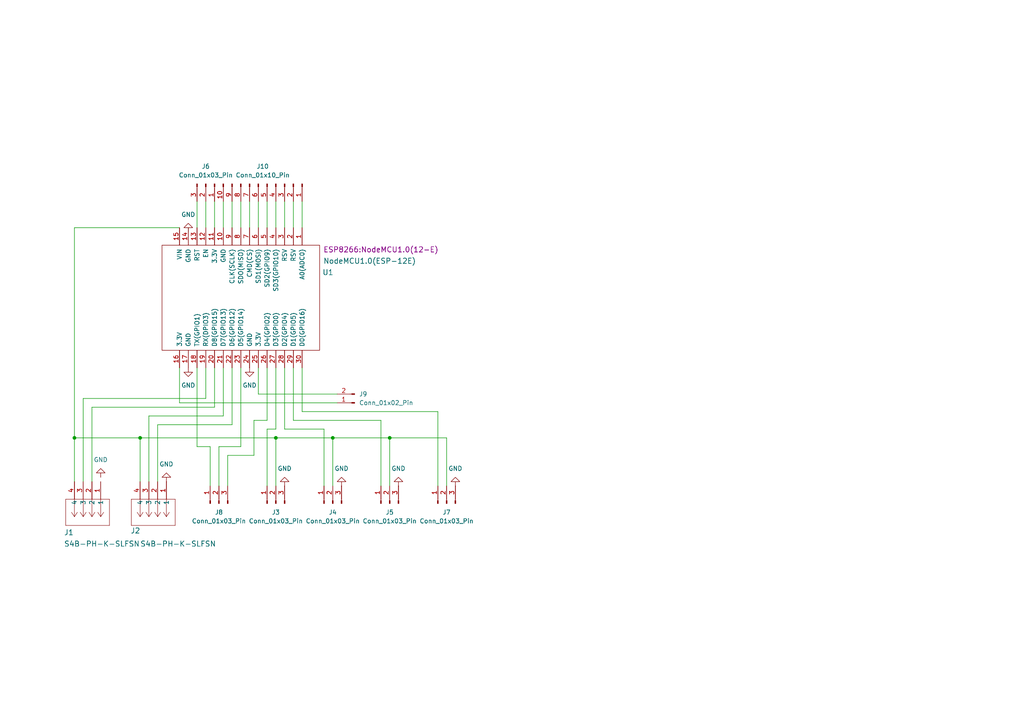
<source format=kicad_sch>
(kicad_sch (version 20231120) (generator "eeschema") (generator_version "8.0")
  (paper "A4")
  (lib_symbols
    (symbol "Connector:Conn_01x02_Pin" (pin_names (offset 1.016) hide)
      (property "Reference" "J" (at 0 2.54 0))
      (property "Value" "Conn_01x02_Pin" (at 0 -5.08 0))
      (symbol "Conn_01x02_Pin_1_1"
        (polyline (pts (xy 1.27 -2.54) (xy 0.8636 -2.54)) (stroke (width 0.1524)))
        (polyline (pts (xy 1.27 0) (xy 0.8636 0)) (stroke (width 0.1524)))
        (rectangle (start 0.8636 -2.413) (end 0 -2.667) (stroke (width 0.1524)) (fill (type outline)))
        (rectangle (start 0.8636 0.127) (end 0 -0.127) (stroke (width 0.1524)) (fill (type outline)))
        (pin passive line (at 5.08 0 180) (length 3.81) (name "Pin_1") (number "1"))
        (pin passive line (at 5.08 -2.54 180) (length 3.81) (name "Pin_2") (number "2"))
      )
    )
    (symbol "Connector:Conn_01x03_Pin" (pin_names (offset 1.016) hide)
      (property "Reference" "J" (at 0 5.08 0))
      (property "Value" "Conn_01x03_Pin" (at 0 -5.08 0))
      (symbol "Conn_01x03_Pin_1_1"
        (polyline (pts (xy 1.27 -2.54) (xy 0.8636 -2.54)) (stroke (width 0.1524)))
        (polyline (pts (xy 1.27 0) (xy 0.8636 0)) (stroke (width 0.1524)))
        (polyline (pts (xy 1.27 2.54) (xy 0.8636 2.54)) (stroke (width 0.1524)))
        (rectangle (start 0.8636 -2.413) (end 0 -2.667) (stroke (width 0.1524)) (fill (type outline)))
        (rectangle (start 0.8636 0.127) (end 0 -0.127) (stroke (width 0.1524)) (fill (type outline)))
        (rectangle (start 0.8636 2.667) (end 0 2.413) (stroke (width 0.1524)) (fill (type outline)))
        (pin passive line (at 5.08 2.54 180) (length 3.81) (name "Pin_1") (number "1"))
        (pin passive line (at 5.08 0 180) (length 3.81) (name "Pin_2") (number "2"))
        (pin passive line (at 5.08 -2.54 180) (length 3.81) (name "Pin_3") (number "3"))
      )
    )
    (symbol "Connector:Conn_01x10_Pin" (pin_names (offset 1.016) hide)
      (property "Reference" "J" (at 0 12.7 0))
      (property "Value" "Conn_01x10_Pin" (at 0 -15.24 0))
      (symbol "Conn_01x10_Pin_1_1"
        (polyline (pts (xy 1.27 -12.7) (xy 0.8636 -12.7)) (stroke (width 0.1524)))
        (polyline (pts (xy 1.27 -10.16) (xy 0.8636 -10.16)) (stroke (width 0.1524)))
        (polyline (pts (xy 1.27 -7.62) (xy 0.8636 -7.62)) (stroke (width 0.1524)))
        (polyline (pts (xy 1.27 -5.08) (xy 0.8636 -5.08)) (stroke (width 0.1524)))
        (polyline (pts (xy 1.27 -2.54) (xy 0.8636 -2.54)) (stroke (width 0.1524)))
        (polyline (pts (xy 1.27 0) (xy 0.8636 0)) (stroke (width 0.1524)))
        (polyline (pts (xy 1.27 2.54) (xy 0.8636 2.54)) (stroke (width 0.1524)))
        (polyline (pts (xy 1.27 5.08) (xy 0.8636 5.08)) (stroke (width 0.1524)))
        (polyline (pts (xy 1.27 7.62) (xy 0.8636 7.62)) (stroke (width 0.1524)))
        (polyline (pts (xy 1.27 10.16) (xy 0.8636 10.16)) (stroke (width 0.1524)))
        (rectangle (start 0.8636 -12.573) (end 0 -12.827) (stroke (width 0.1524)) (fill (type outline)))
        (rectangle (start 0.8636 -10.033) (end 0 -10.287) (stroke (width 0.1524)) (fill (type outline)))
        (rectangle (start 0.8636 -7.493) (end 0 -7.747) (stroke (width 0.1524)) (fill (type outline)))
        (rectangle (start 0.8636 -4.953) (end 0 -5.207) (stroke (width 0.1524)) (fill (type outline)))
        (rectangle (start 0.8636 -2.413) (end 0 -2.667) (stroke (width 0.1524)) (fill (type outline)))
        (rectangle (start 0.8636 0.127) (end 0 -0.127) (stroke (width 0.1524)) (fill (type outline)))
        (rectangle (start 0.8636 2.667) (end 0 2.413) (stroke (width 0.1524)) (fill (type outline)))
        (rectangle (start 0.8636 5.207) (end 0 4.953) (stroke (width 0.1524)) (fill (type outline)))
        (rectangle (start 0.8636 7.747) (end 0 7.493) (stroke (width 0.1524)) (fill (type outline)))
        (rectangle (start 0.8636 10.287) (end 0 10.033) (stroke (width 0.1524)) (fill (type outline)))
        (pin passive line (at 5.08 10.16 180) (length 3.81) (name "Pin_1") (number "1"))
        (pin passive line (at 5.08 -12.7 180) (length 3.81) (name "Pin_10") (number "10"))
        (pin passive line (at 5.08 7.62 180) (length 3.81) (name "Pin_2") (number "2"))
        (pin passive line (at 5.08 5.08 180) (length 3.81) (name "Pin_3") (number "3"))
        (pin passive line (at 5.08 2.54 180) (length 3.81) (name "Pin_4") (number "4"))
        (pin passive line (at 5.08 0 180) (length 3.81) (name "Pin_5") (number "5"))
        (pin passive line (at 5.08 -2.54 180) (length 3.81) (name "Pin_6") (number "6"))
        (pin passive line (at 5.08 -5.08 180) (length 3.81) (name "Pin_7") (number "7"))
        (pin passive line (at 5.08 -7.62 180) (length 3.81) (name "Pin_8") (number "8"))
        (pin passive line (at 5.08 -10.16 180) (length 3.81) (name "Pin_9") (number "9"))
      )
    )
    (symbol "ESP8266:NodeMCU1.0(ESP-12E)" (pin_names (offset 1.016))
      (property "Reference" "U" (at 0 21.59 0))
      (property "Value" "NodeMCU1.0(ESP-12E)" (at 0 -21.59 0))
      (symbol "NodeMCU1.0(ESP-12E)_0_1"
        (rectangle (start -15.24 -22.86) (end 15.24 22.86))
      )
      (symbol "NodeMCU1.0(ESP-12E)_1_1"
        (pin input line (at -20.32 17.78 0) (length 5.08) (name "A0(ADC0)") (number "1"))
        (pin input line (at -20.32 -5.08 0) (length 5.08) (name "GND") (number "10"))
        (pin input line (at -20.32 -7.62 0) (length 5.08) (name "3.3V") (number "11"))
        (pin input line (at -20.32 -10.16 0) (length 5.08) (name "EN") (number "12"))
        (pin input line (at -20.32 -12.7 0) (length 5.08) (name "RST") (number "13"))
        (pin input line (at -20.32 -15.24 0) (length 5.08) (name "GND") (number "14"))
        (pin input line (at -20.32 -17.78 0) (length 5.08) (name "VIN") (number "15"))
        (pin input line (at 20.32 -17.78 180) (length 5.08) (name "3.3V") (number "16"))
        (pin input line (at 20.32 -15.24 180) (length 5.08) (name "GND") (number "17"))
        (pin input line (at 20.32 -12.7 180) (length 5.08) (name "TX(GPIO1)") (number "18"))
        (pin input line (at 20.32 -10.16 180) (length 5.08) (name "RX(DPIO3)") (number "19"))
        (pin input line (at -20.32 15.24 0) (length 5.08) (name "RSV") (number "2"))
        (pin input line (at 20.32 -7.62 180) (length 5.08) (name "D8(GPIO15)") (number "20"))
        (pin input line (at 20.32 -5.08 180) (length 5.08) (name "D7(GPIO13)") (number "21"))
        (pin input line (at 20.32 -2.54 180) (length 5.08) (name "D6(GPIO12)") (number "22"))
        (pin input line (at 20.32 0 180) (length 5.08) (name "D5(GPIO14)") (number "23"))
        (pin input line (at 20.32 2.54 180) (length 5.08) (name "GND") (number "24"))
        (pin input line (at 20.32 5.08 180) (length 5.08) (name "3.3V") (number "25"))
        (pin input line (at 20.32 7.62 180) (length 5.08) (name "D4(GPIO2)") (number "26"))
        (pin input line (at 20.32 10.16 180) (length 5.08) (name "D3(GPIO0)") (number "27"))
        (pin input line (at 20.32 12.7 180) (length 5.08) (name "D2(GPIO4)") (number "28"))
        (pin input line (at 20.32 15.24 180) (length 5.08) (name "D1(GPIO5)") (number "29"))
        (pin input line (at -20.32 12.7 0) (length 5.08) (name "RSV") (number "3"))
        (pin input line (at 20.32 17.78 180) (length 5.08) (name "D0(GPIO16)") (number "30"))
        (pin input line (at -20.32 10.16 0) (length 5.08) (name "SD3(GPIO10)") (number "4"))
        (pin input line (at -20.32 7.62 0) (length 5.08) (name "SD2(GPIO9)") (number "5"))
        (pin input line (at -20.32 5.08 0) (length 5.08) (name "SD1(MOSI)") (number "6"))
        (pin input line (at -20.32 2.54 0) (length 5.08) (name "CMD(CS)") (number "7"))
        (pin input line (at -20.32 0 0) (length 5.08) (name "SDO(MISO)") (number "8"))
        (pin input line (at -20.32 -2.54 0) (length 5.08) (name "CLK(SCLK)") (number "9"))
      )
    )
    (symbol "jst_ph_4pin_horizontal:S4B-PH-K-SLFSN" (pin_names (offset 0.254))
      (property "Reference" "J" (at 8.89 6.35 0))
      (property "Value" "S4B-PH-K-SLFSN" (at 0 0 0))
      (symbol "S4B-PH-K-SLFSN_1_1"
        (polyline (pts (xy 5.08 -10.16) (xy 12.7 -10.16)) (stroke (width 0.127)))
        (polyline (pts (xy 5.08 2.54) (xy 5.08 -10.16)) (stroke (width 0.127)))
        (polyline (pts (xy 10.16 -7.62) (xy 5.08 -7.62)) (stroke (width 0.127)))
        (polyline (pts (xy 10.16 -7.62) (xy 8.89 -8.4667)) (stroke (width 0.127)))
        (polyline (pts (xy 10.16 -7.62) (xy 8.89 -6.7733)) (stroke (width 0.127)))
        (polyline (pts (xy 10.16 -5.08) (xy 5.08 -5.08)) (stroke (width 0.127)))
        (polyline (pts (xy 10.16 -5.08) (xy 8.89 -5.9267)) (stroke (width 0.127)))
        (polyline (pts (xy 10.16 -5.08) (xy 8.89 -4.2333)) (stroke (width 0.127)))
        (polyline (pts (xy 10.16 -2.54) (xy 5.08 -2.54)) (stroke (width 0.127)))
        (polyline (pts (xy 10.16 -2.54) (xy 8.89 -3.3867)) (stroke (width 0.127)))
        (polyline (pts (xy 10.16 -2.54) (xy 8.89 -1.6933)) (stroke (width 0.127)))
        (polyline (pts (xy 10.16 0) (xy 5.08 0)) (stroke (width 0.127)))
        (polyline (pts (xy 10.16 0) (xy 8.89 -0.8467)) (stroke (width 0.127)))
        (polyline (pts (xy 10.16 0) (xy 8.89 0.8467)) (stroke (width 0.127)))
        (polyline (pts (xy 12.7 -10.16) (xy 12.7 2.54)) (stroke (width 0.127)))
        (polyline (pts (xy 12.7 2.54) (xy 5.08 2.54)) (stroke (width 0.127)))
        (pin unspecified line (at 0 0 0) (length 5.08) (name "1") (number "1"))
        (pin unspecified line (at 0 -2.54 0) (length 5.08) (name "2") (number "2"))
        (pin unspecified line (at 0 -5.08 0) (length 5.08) (name "3") (number "3"))
        (pin unspecified line (at 0 -7.62 0) (length 5.08) (name "4") (number "4"))
      )
      (symbol "S4B-PH-K-SLFSN_1_2"
        (polyline (pts (xy 5.08 -10.16) (xy 12.7 -10.16)) (stroke (width 0.127)))
        (polyline (pts (xy 5.08 2.54) (xy 5.08 -10.16)) (stroke (width 0.127)))
        (polyline (pts (xy 7.62 -7.62) (xy 5.08 -7.62)) (stroke (width 0.127)))
        (polyline (pts (xy 7.62 -7.62) (xy 8.89 -8.4667)) (stroke (width 0.127)))
        (polyline (pts (xy 7.62 -7.62) (xy 8.89 -6.7733)) (stroke (width 0.127)))
        (polyline (pts (xy 7.62 -5.08) (xy 5.08 -5.08)) (stroke (width 0.127)))
        (polyline (pts (xy 7.62 -5.08) (xy 8.89 -5.9267)) (stroke (width 0.127)))
        (polyline (pts (xy 7.62 -5.08) (xy 8.89 -4.2333)) (stroke (width 0.127)))
        (polyline (pts (xy 7.62 -2.54) (xy 5.08 -2.54)) (stroke (width 0.127)))
        (polyline (pts (xy 7.62 -2.54) (xy 8.89 -3.3867)) (stroke (width 0.127)))
        (polyline (pts (xy 7.62 -2.54) (xy 8.89 -1.6933)) (stroke (width 0.127)))
        (polyline (pts (xy 7.62 0) (xy 5.08 0)) (stroke (width 0.127)))
        (polyline (pts (xy 7.62 0) (xy 8.89 -0.8467)) (stroke (width 0.127)))
        (polyline (pts (xy 7.62 0) (xy 8.89 0.8467)) (stroke (width 0.127)))
        (polyline (pts (xy 12.7 -10.16) (xy 12.7 2.54)) (stroke (width 0.127)))
        (polyline (pts (xy 12.7 2.54) (xy 5.08 2.54)) (stroke (width 0.127)))
        (pin unspecified line (at 0 0 0) (length 5.08) (name "1") (number "1"))
        (pin unspecified line (at 0 -2.54 0) (length 5.08) (name "2") (number "2"))
        (pin unspecified line (at 0 -5.08 0) (length 5.08) (name "3") (number "3"))
        (pin unspecified line (at 0 -7.62 0) (length 5.08) (name "4") (number "4"))
      )
    )
    (symbol "power:GND" (power) (pin_numbers hide) (pin_names (offset 0) hide)
      (property "Value" "GND" (at 0 -3.81 0))
      (symbol "GND_0_1"
        (polyline (pts (xy 0 0) (xy 0 -1.27) (xy 1.27 -1.27) (xy 0 -2.54) (xy -1.27 -1.27) (xy 0 -1.27)))
      )
      (symbol "GND_1_1"
        (pin power_in line (at 0 0 270) (length 0) (name "~") (number "1"))
      )
    )
  )
  (junction (at 80.01 127))
  (junction (at 96.52 127))
  (junction (at 40.64 127))
  (junction (at 21.59 127))
  (junction (at 113.03 127))
  (wire (pts (xy 73.66 132.08) (xy 66.04 132.08)))
  (wire (pts (xy 21.59 66.04) (xy 21.59 127)))
  (wire (pts (xy 54.61 67.31) (xy 54.61 66.04)))
  (wire (pts (xy 21.59 127) (xy 21.59 139.7)))
  (wire (pts (xy 62.23 58.42) (xy 62.23 66.04)))
  (wire (pts (xy 57.15 106.68) (xy 57.15 129.54)))
  (wire (pts (xy 80.01 124.46) (xy 77.47 124.46)))
  (wire (pts (xy 80.01 127) (xy 96.52 127)))
  (wire (pts (xy 67.31 58.42) (xy 67.31 66.04)))
  (wire (pts (xy 52.07 66.04) (xy 21.59 66.04)))
  (wire (pts (xy 77.47 58.42) (xy 77.47 66.04)))
  (wire (pts (xy 66.04 132.08) (xy 66.04 140.97)))
  (wire (pts (xy 127 119.38) (xy 127 140.97)))
  (wire (pts (xy 82.55 58.42) (xy 82.55 66.04)))
  (wire (pts (xy 74.93 58.42) (xy 74.93 66.04)))
  (wire (pts (xy 40.64 127) (xy 40.64 139.7)))
  (wire (pts (xy 93.98 124.46) (xy 93.98 140.97)))
  (wire (pts (xy 87.63 58.42) (xy 87.63 66.04)))
  (wire (pts (xy 26.67 139.7) (xy 26.67 118.11)))
  (wire (pts (xy 64.77 120.65) (xy 64.77 106.68)))
  (wire (pts (xy 69.85 129.54) (xy 63.5 129.54)))
  (wire (pts (xy 87.63 106.68) (xy 87.63 119.38)))
  (wire (pts (xy 82.55 106.68) (xy 82.55 124.46)))
  (wire (pts (xy 69.85 106.68) (xy 69.85 129.54)))
  (wire (pts (xy 45.72 139.7) (xy 45.72 123.19)))
  (wire (pts (xy 24.13 139.7) (xy 24.13 115.57)))
  (wire (pts (xy 96.52 127) (xy 113.03 127)))
  (wire (pts (xy 129.54 127) (xy 129.54 140.97)))
  (wire (pts (xy 52.07 106.68) (xy 52.07 116.84)))
  (wire (pts (xy 63.5 129.54) (xy 63.5 140.97)))
  (wire (pts (xy 62.23 118.11) (xy 62.23 106.68)))
  (wire (pts (xy 80.01 106.68) (xy 80.01 124.46)))
  (wire (pts (xy 52.07 116.84) (xy 97.79 116.84)))
  (wire (pts (xy 43.18 120.65) (xy 64.77 120.65)))
  (wire (pts (xy 80.01 58.42) (xy 80.01 66.04)))
  (wire (pts (xy 96.52 127) (xy 96.52 140.97)))
  (wire (pts (xy 77.47 124.46) (xy 77.47 140.97)))
  (wire (pts (xy 74.93 106.68) (xy 74.93 114.3)))
  (wire (pts (xy 82.55 124.46) (xy 93.98 124.46)))
  (wire (pts (xy 85.09 106.68) (xy 85.09 121.92)))
  (wire (pts (xy 24.13 115.57) (xy 59.69 115.57)))
  (wire (pts (xy 67.31 123.19) (xy 67.31 106.68)))
  (wire (pts (xy 60.96 129.54) (xy 60.96 140.97)))
  (wire (pts (xy 64.77 58.42) (xy 64.77 66.04)))
  (wire (pts (xy 59.69 115.57) (xy 59.69 106.68)))
  (wire (pts (xy 110.49 121.92) (xy 110.49 140.97)))
  (wire (pts (xy 57.15 129.54) (xy 60.96 129.54)))
  (wire (pts (xy 85.09 121.92) (xy 110.49 121.92)))
  (wire (pts (xy 85.09 58.42) (xy 85.09 66.04)))
  (wire (pts (xy 43.18 139.7) (xy 43.18 120.65)))
  (wire (pts (xy 80.01 127) (xy 80.01 140.97)))
  (wire (pts (xy 87.63 119.38) (xy 127 119.38)))
  (wire (pts (xy 26.67 118.11) (xy 62.23 118.11)))
  (wire (pts (xy 59.69 58.42) (xy 59.69 66.04)))
  (wire (pts (xy 21.59 127) (xy 40.64 127)))
  (wire (pts (xy 40.64 127) (xy 80.01 127)))
  (wire (pts (xy 74.93 114.3) (xy 97.79 114.3)))
  (wire (pts (xy 45.72 123.19) (xy 67.31 123.19)))
  (wire (pts (xy 69.85 58.42) (xy 69.85 66.04)))
  (wire (pts (xy 77.47 106.68) (xy 77.47 121.92)))
  (wire (pts (xy 72.39 58.42) (xy 72.39 66.04)))
  (wire (pts (xy 73.66 121.92) (xy 73.66 132.08)))
  (wire (pts (xy 113.03 127) (xy 129.54 127)))
  (wire (pts (xy 77.47 121.92) (xy 73.66 121.92)))
  (wire (pts (xy 113.03 127) (xy 113.03 140.97)))
  (wire (pts (xy 57.15 58.42) (xy 57.15 66.04)))
  (symbol (lib_id "power:GND") (at 115.57 140.97 180) (unit 1)
    (property "Reference" "#PWR06" (effects (hide yes)))
    (property "Value" "GND" (at 115.57 135.89 0))
    (property "Description" "Power symbol creates a global label with name \"GND\" , ground" (effects (hide yes)))
  )
  (symbol (lib_id "Connector:Conn_01x02_Pin") (at 102.87 116.84 180) (unit 1)
    (property "Reference" "J9" (at 104.14 114.2999 0) (effects (justify right)))
    (property "Value" "Conn_01x02_Pin" (at 104.14 116.8399 0) (effects (justify right)))
    (property "Footprint" "Connector_Wuerth:Wuerth_WR-WTB_64800311622_1x02_P1.50mm_Vertical" (effects (hide yes)))
    (property "Description" "Generic connector, single row, 01x02, script generated" (effects (hide yes)))
  )
  (symbol (lib_id "Connector:Conn_01x03_Pin") (at 96.52 146.05 90) (unit 1)
    (property "Reference" "J4" (at 96.52 148.59 90))
    (property "Value" "Conn_01x03_Pin" (at 96.52 151.13 90))
    (property "Footprint" "Connector_Wuerth:Wuerth_WR-WTB_64800311622_1x03_P1.50mm_Vertical" (effects (hide yes)))
    (property "Description" "Generic connector, single row, 01x03, script generated" (effects (hide yes)))
  )
  (symbol (lib_id "Connector:Conn_01x03_Pin") (at 129.54 146.05 90) (unit 1)
    (property "Reference" "J7" (at 129.54 148.59 90))
    (property "Value" "Conn_01x03_Pin" (at 129.54 151.13 90))
    (property "Footprint" "Connector_Wuerth:Wuerth_WR-WTB_64800311622_1x03_P1.50mm_Vertical" (effects (hide yes)))
    (property "Description" "Generic connector, single row, 01x03, script generated" (effects (hide yes)))
  )
  (symbol (lib_id "Connector:Conn_01x03_Pin") (at 63.5 146.05 90) (unit 1)
    (property "Reference" "J8" (at 63.5 148.59 90))
    (property "Value" "Conn_01x03_Pin" (at 63.5 151.13 90))
    (property "Footprint" "Connector_Wuerth:Wuerth_WR-WTB_64800311622_1x03_P1.50mm_Vertical" (effects (hide yes)))
    (property "Description" "Generic connector, single row, 01x03, script generated" (effects (hide yes)))
  )
  (symbol (lib_id "Connector:Conn_01x03_Pin") (at 80.01 146.05 90) (unit 1)
    (property "Reference" "J3" (at 80.01 148.59 90))
    (property "Value" "Conn_01x03_Pin" (at 80.01 151.13 90))
    (property "Footprint" "Connector_Wuerth:Wuerth_WR-WTB_64800311622_1x03_P1.50mm_Vertical" (effects (hide yes)))
    (property "Description" "Generic connector, single row, 01x03, script generated" (effects (hide yes)))
  )
  (symbol (lib_id "ESP8266:NodeMCU1.0(ESP-12E)") (at 69.85 86.36 270) (unit 1)
    (property "Reference" "U1" (at 93.472 78.994 90) (effects (font (size 1.524 1.524)) (justify left)))
    (property "Value" "NodeMCU1.0(ESP-12E)" (at 93.726 75.692 90) (effects (font (size 1.524 1.524)) (justify left)))
    (property "Footprint" "ESP8266:NodeMCU1.0(12-E)" (at 110.49 72.39 90) (effects (font (size 1.524 1.524))))
  )
  (symbol (lib_id "Connector:Conn_01x10_Pin") (at 77.47 53.34 270) (unit 1)
    (property "Reference" "J10" (at 76.2 48.26 90))
    (property "Value" "Conn_01x10_Pin" (at 76.2 50.8 90))
    (property "Footprint" "Connector_Wuerth:Wuerth_WR-WTB_64801011622_1x10_P1.50mm_Vertical" (effects (hide yes)))
    (property "Description" "Generic connector, single row, 01x10, script generated" (effects (hide yes)))
  )
  (symbol (lib_id "power:GND") (at 72.39 106.68 0) (unit 1)
    (property "Reference" "#PWR01" (effects (hide yes)))
    (property "Value" "GND" (at 72.39 111.76 0))
    (property "Description" "Power symbol creates a global label with name \"GND\" , ground" (effects (hide yes)))
  )
  (symbol (lib_id "jst_ph_4pin_horizontal:S4B-PH-K-SLFSN") (at 29.21 139.7 270) (unit 1)
    (property "Reference" "J1" (at 18.542 154.432 90) (effects (font (size 1.524 1.524)) (justify left)))
    (property "Value" "S4B-PH-K-SLFSN" (at 18.542 157.734 90) (effects (font (size 1.524 1.524)) (justify left)))
    (property "Footprint" "CONN_S4B-PH-K-S_JST" (effects (hide yes)))
    (property "Datasheet" "S4B-PH-K-SLFSN" (effects (hide yes)))
  )
  (symbol (lib_id "power:GND") (at 29.21 138.43 180) (unit 1)
    (property "Reference" "#PWR04" (effects (hide yes)))
    (property "Value" "GND" (at 29.21 133.35 0))
    (property "Description" "Power symbol creates a global label with name \"GND\" , ground" (effects (hide yes)))
  )
  (symbol (lib_id "power:GND") (at 99.06 140.97 180) (unit 1)
    (property "Reference" "#PWR07" (effects (hide yes)))
    (property "Value" "GND" (at 99.06 135.89 0))
    (property "Description" "Power symbol creates a global label with name \"GND\" , ground" (effects (hide yes)))
  )
  (symbol (lib_id "power:GND") (at 54.61 106.68 0) (unit 1)
    (property "Reference" "#PWR02" (effects (hide yes)))
    (property "Value" "GND" (at 54.61 111.76 0))
    (property "Description" "Power symbol creates a global label with name \"GND\" , ground" (effects (hide yes)))
  )
  (symbol (lib_id "power:GND") (at 54.61 67.31 180) (unit 1)
    (property "Reference" "#PWR03" (effects (hide yes)))
    (property "Value" "GND" (at 54.61 62.23 0))
    (property "Description" "Power symbol creates a global label with name \"GND\" , ground" (effects (hide yes)))
  )
  (symbol (lib_id "Connector:Conn_01x03_Pin") (at 113.03 146.05 90) (unit 1)
    (property "Reference" "J5" (at 113.03 148.59 90))
    (property "Value" "Conn_01x03_Pin" (at 113.03 151.13 90))
    (property "Footprint" "Connector_Wuerth:Wuerth_WR-WTB_64800311622_1x03_P1.50mm_Vertical" (effects (hide yes)))
    (property "Description" "Generic connector, single row, 01x03, script generated" (effects (hide yes)))
  )
  (symbol (lib_id "Connector:Conn_01x03_Pin") (at 59.69 53.34 270) (unit 1)
    (property "Reference" "J6" (at 59.69 48.26 90))
    (property "Value" "Conn_01x03_Pin" (at 59.69 50.8 90))
    (property "Footprint" "Connector_Wuerth:Wuerth_WR-WTB_64800311622_1x03_P1.50mm_Vertical" (effects (hide yes)))
    (property "Description" "Generic connector, single row, 01x03, script generated" (effects (hide yes)))
  )
  (symbol (lib_id "power:GND") (at 132.08 140.97 180) (unit 1)
    (property "Reference" "#PWR09" (effects (hide yes)))
    (property "Value" "GND" (at 132.08 135.89 0))
    (property "Description" "Power symbol creates a global label with name \"GND\" , ground" (effects (hide yes)))
  )
  (symbol (lib_id "power:GND") (at 48.26 139.7 180) (unit 1)
    (property "Reference" "#PWR05" (effects (hide yes)))
    (property "Value" "GND" (at 48.26 134.62 0))
    (property "Description" "Power symbol creates a global label with name \"GND\" , ground" (effects (hide yes)))
  )
  (symbol (lib_id "power:GND") (at 82.55 140.97 180) (unit 1)
    (property "Reference" "#PWR08" (effects (hide yes)))
    (property "Value" "GND" (at 82.55 135.89 0))
    (property "Description" "Power symbol creates a global label with name \"GND\" , ground" (effects (hide yes)))
  )
  (symbol (lib_id "jst_ph_4pin_horizontal:S4B-PH-K-SLFSN") (at 48.26 139.7 270) (unit 1)
    (property "Reference" "J2" (at 37.846 153.924 90) (effects (font (size 1.524 1.524)) (justify left)))
    (property "Value" "S4B-PH-K-SLFSN" (at 40.64 157.734 90) (effects (font (size 1.524 1.524)) (justify left)))
    (property "Footprint" "CONN_S4B-PH-K-S_JST" (effects (hide yes)))
    (property "Datasheet" "S4B-PH-K-SLFSN" (effects (hide yes)))
  )
)
</source>
